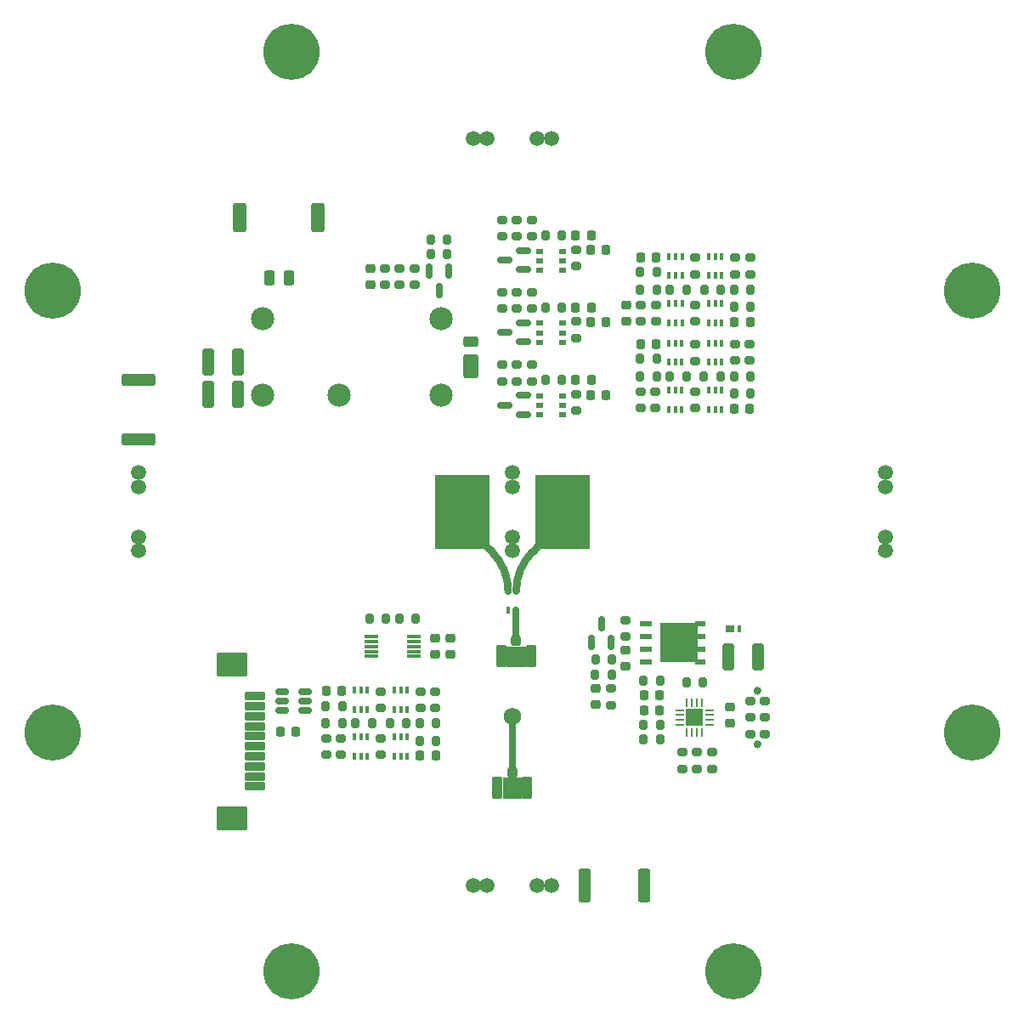
<source format=gbr>
%TF.GenerationSoftware,KiCad,Pcbnew,9.0.1*%
%TF.CreationDate,2025-06-25T17:22:12-04:00*%
%TF.ProjectId,-Z,2d5a2e6b-6963-4616-945f-706362585858,rev?*%
%TF.SameCoordinates,Original*%
%TF.FileFunction,Soldermask,Bot*%
%TF.FilePolarity,Negative*%
%FSLAX46Y46*%
G04 Gerber Fmt 4.6, Leading zero omitted, Abs format (unit mm)*
G04 Created by KiCad (PCBNEW 9.0.1) date 2025-06-25 17:22:12*
%MOMM*%
%LPD*%
G01*
G04 APERTURE LIST*
G04 Aperture macros list*
%AMRoundRect*
0 Rectangle with rounded corners*
0 $1 Rounding radius*
0 $2 $3 $4 $5 $6 $7 $8 $9 X,Y pos of 4 corners*
0 Add a 4 corners polygon primitive as box body*
4,1,4,$2,$3,$4,$5,$6,$7,$8,$9,$2,$3,0*
0 Add four circle primitives for the rounded corners*
1,1,$1+$1,$2,$3*
1,1,$1+$1,$4,$5*
1,1,$1+$1,$6,$7*
1,1,$1+$1,$8,$9*
0 Add four rect primitives between the rounded corners*
20,1,$1+$1,$2,$3,$4,$5,0*
20,1,$1+$1,$4,$5,$6,$7,0*
20,1,$1+$1,$6,$7,$8,$9,0*
20,1,$1+$1,$8,$9,$2,$3,0*%
G04 Aperture macros list end*
%ADD10C,0.381002*%
%ADD11C,0.686258*%
%ADD12C,0.735280*%
%ADD13C,0.762000*%
%ADD14C,3.800000*%
%ADD15C,5.600000*%
%ADD16C,1.500000*%
%ADD17C,1.727200*%
%ADD18RoundRect,0.225000X0.225000X0.250000X-0.225000X0.250000X-0.225000X-0.250000X0.225000X-0.250000X0*%
%ADD19RoundRect,0.200000X-0.275000X0.200000X-0.275000X-0.200000X0.275000X-0.200000X0.275000X0.200000X0*%
%ADD20R,0.700000X0.510000*%
%ADD21RoundRect,0.200000X0.275000X-0.200000X0.275000X0.200000X-0.275000X0.200000X-0.275000X-0.200000X0*%
%ADD22RoundRect,0.218750X-0.256250X0.218750X-0.256250X-0.218750X0.256250X-0.218750X0.256250X0.218750X0*%
%ADD23RoundRect,0.250000X-0.250000X0.275000X-0.250000X-0.275000X0.250000X-0.275000X0.250000X0.275000X0*%
%ADD24RoundRect,0.250000X-0.275000X0.850000X-0.275000X-0.850000X0.275000X-0.850000X0.275000X0.850000X0*%
%ADD25RoundRect,0.200000X0.200000X0.275000X-0.200000X0.275000X-0.200000X-0.275000X0.200000X-0.275000X0*%
%ADD26RoundRect,0.218750X-0.218750X-0.256250X0.218750X-0.256250X0.218750X0.256250X-0.218750X0.256250X0*%
%ADD27RoundRect,0.100000X0.100000X-0.225000X0.100000X0.225000X-0.100000X0.225000X-0.100000X-0.225000X0*%
%ADD28RoundRect,0.218750X0.218750X0.256250X-0.218750X0.256250X-0.218750X-0.256250X0.218750X-0.256250X0*%
%ADD29RoundRect,0.200000X-0.200000X-0.275000X0.200000X-0.275000X0.200000X0.275000X-0.200000X0.275000X0*%
%ADD30RoundRect,0.225000X0.250000X-0.225000X0.250000X0.225000X-0.250000X0.225000X-0.250000X-0.225000X0*%
%ADD31R,1.422400X0.304800*%
%ADD32RoundRect,0.100000X-0.100000X0.225000X-0.100000X-0.225000X0.100000X-0.225000X0.100000X0.225000X0*%
%ADD33RoundRect,0.250000X-0.300000X-0.475000X0.300000X-0.475000X0.300000X0.475000X-0.300000X0.475000X0*%
%ADD34RoundRect,0.250000X-0.425000X-1.200000X0.425000X-1.200000X0.425000X1.200000X-0.425000X1.200000X0*%
%ADD35RoundRect,0.218750X0.256250X-0.218750X0.256250X0.218750X-0.256250X0.218750X-0.256250X-0.218750X0*%
%ADD36RoundRect,0.150000X0.150000X-0.587500X0.150000X0.587500X-0.150000X0.587500X-0.150000X-0.587500X0*%
%ADD37C,2.304000*%
%ADD38RoundRect,0.225000X-0.225000X-0.250000X0.225000X-0.250000X0.225000X0.250000X-0.225000X0.250000X0*%
%ADD39RoundRect,0.225000X-0.250000X0.225000X-0.250000X-0.225000X0.250000X-0.225000X0.250000X0.225000X0*%
%ADD40RoundRect,0.102000X0.950000X-0.300000X0.950000X0.300000X-0.950000X0.300000X-0.950000X-0.300000X0*%
%ADD41RoundRect,0.102000X1.400000X-1.050000X1.400000X1.050000X-1.400000X1.050000X-1.400000X-1.050000X0*%
%ADD42RoundRect,0.250000X0.325000X1.100000X-0.325000X1.100000X-0.325000X-1.100000X0.325000X-1.100000X0*%
%ADD43RoundRect,0.250000X-1.425000X0.362500X-1.425000X-0.362500X1.425000X-0.362500X1.425000X0.362500X0*%
%ADD44RoundRect,0.250000X0.362500X1.425000X-0.362500X1.425000X-0.362500X-1.425000X0.362500X-1.425000X0*%
%ADD45RoundRect,0.150000X0.587500X0.150000X-0.587500X0.150000X-0.587500X-0.150000X0.587500X-0.150000X0*%
%ADD46R,1.270000X0.610000*%
%ADD47R,3.810000X3.910000*%
%ADD48R,1.020000X0.610000*%
%ADD49RoundRect,0.150000X-0.512500X-0.150000X0.512500X-0.150000X0.512500X0.150000X-0.512500X0.150000X0*%
%ADD50R,0.400000X0.750000*%
%ADD51RoundRect,0.250000X-0.325000X-1.100000X0.325000X-1.100000X0.325000X1.100000X-0.325000X1.100000X0*%
%ADD52RoundRect,0.150000X-0.150000X0.587500X-0.150000X-0.587500X0.150000X-0.587500X0.150000X0.587500X0*%
%ADD53RoundRect,0.075000X-0.390000X-0.275000X0.390000X-0.275000X0.390000X0.275000X-0.390000X0.275000X0*%
%ADD54RoundRect,0.075000X-0.075000X-0.275000X0.075000X-0.275000X0.075000X0.275000X-0.075000X0.275000X0*%
%ADD55R,0.254000X0.812800*%
%ADD56R,0.812800X0.254000*%
%ADD57R,1.752600X1.752600*%
%ADD58RoundRect,0.250000X-0.500000X0.950000X-0.500000X-0.950000X0.500000X-0.950000X0.500000X0.950000X0*%
%ADD59RoundRect,0.250000X-0.500000X0.275000X-0.500000X-0.275000X0.500000X-0.275000X0.500000X0.275000X0*%
G04 APERTURE END LIST*
D10*
X188629302Y-117830802D02*
G75*
G02*
X188248300Y-117830802I-190501J0D01*
G01*
X188248300Y-117830802D02*
G75*
G02*
X188629302Y-117830802I190501J0D01*
G01*
D11*
X164400001Y-112758199D02*
X164400000Y-109835400D01*
D12*
X164400001Y-107885399D02*
G75*
G02*
X166016020Y-103984000I5517399J-1D01*
G01*
G36*
X156300000Y-96300000D02*
G01*
X161700000Y-96300000D01*
X161700000Y-103700000D01*
X156300000Y-103700000D01*
X156300000Y-96300000D01*
G37*
D10*
X188629301Y-123164801D02*
G75*
G02*
X188248299Y-123164801I-190501J0D01*
G01*
X188248299Y-123164801D02*
G75*
G02*
X188629301Y-123164801I190501J0D01*
G01*
D12*
X161983972Y-103983972D02*
G75*
G02*
X163600025Y-107885399I-3901572J-3901528D01*
G01*
D11*
X164000001Y-125972600D02*
X164000001Y-120366999D01*
G36*
X166300000Y-96300000D02*
G01*
X171700000Y-96300000D01*
X171700000Y-103700000D01*
X166300000Y-103700000D01*
X166300000Y-96300000D01*
G37*
D12*
X166016010Y-103983990D02*
X166600000Y-103400000D01*
X161983972Y-103983972D02*
X161100000Y-103100000D01*
%TO.C,J4*%
G36*
X163060001Y-126507599D02*
G01*
X164940001Y-126507599D01*
X164940001Y-128597599D01*
X163060001Y-128597599D01*
X163060001Y-126507599D01*
G37*
%TO.C,J3*%
G36*
X163460001Y-113401200D02*
G01*
X165340001Y-113401200D01*
X165340001Y-115491200D01*
X163460001Y-115491200D01*
X163460001Y-113401200D01*
G37*
%TD*%
D13*
%TO.C,H2*%
X144200001Y-145800000D03*
X143555751Y-147355750D03*
X143555751Y-144244250D03*
X142000001Y-148000000D03*
D14*
X142000001Y-145800000D03*
D15*
X142000001Y-145800000D03*
D13*
X142000001Y-143600000D03*
X140444251Y-147355750D03*
X140444251Y-144244250D03*
X139800001Y-145800000D03*
%TD*%
D16*
%TO.C,JP5*%
X164000001Y-96100000D03*
X164000001Y-97499999D03*
X164000001Y-102499999D03*
X164000001Y-103899998D03*
%TD*%
D13*
%TO.C,H8*%
X212000000Y-121999999D03*
X211355750Y-123555749D03*
X211355750Y-120444249D03*
X209800000Y-124199999D03*
D14*
X209800000Y-121999999D03*
D15*
X209800000Y-121999999D03*
D13*
X209800000Y-119799999D03*
X208244250Y-123555749D03*
X208244250Y-120444249D03*
X207600000Y-121999999D03*
%TD*%
%TO.C,H5*%
X144200001Y-54200000D03*
X143555751Y-55755750D03*
X143555751Y-52644250D03*
X142000001Y-56400000D03*
D14*
X142000001Y-54200000D03*
D15*
X142000001Y-54200000D03*
D13*
X142000001Y-52000000D03*
X140444251Y-55755750D03*
X140444251Y-52644250D03*
X139800001Y-54200000D03*
%TD*%
%TO.C,H7*%
X212000000Y-78000000D03*
X211355750Y-79555750D03*
X211355750Y-76444250D03*
X209800000Y-80200000D03*
D14*
X209800000Y-78000000D03*
D15*
X209800000Y-78000000D03*
D13*
X209800000Y-75800000D03*
X208244250Y-79555750D03*
X208244250Y-76444250D03*
X207600000Y-78000000D03*
%TD*%
D17*
%TO.C,AE3*%
X164000000Y-120400000D03*
%TD*%
D16*
%TO.C,JP1*%
X167900000Y-62789000D03*
X166500001Y-62789000D03*
X161500001Y-62789000D03*
X160100002Y-62789000D03*
%TD*%
D13*
%TO.C,H4*%
X120400001Y-78000000D03*
X119755751Y-79555750D03*
X119755751Y-76444250D03*
X118200001Y-80200000D03*
D14*
X118200001Y-78000000D03*
D15*
X118200001Y-78000000D03*
D13*
X118200001Y-75800000D03*
X116644251Y-79555750D03*
X116644251Y-76444250D03*
X116000001Y-78000000D03*
%TD*%
%TO.C,H3*%
X120400001Y-121999999D03*
X119755751Y-123555749D03*
X119755751Y-120444249D03*
X118200001Y-124199999D03*
D14*
X118200001Y-121999999D03*
D15*
X118200001Y-121999999D03*
D13*
X118200001Y-119799999D03*
X116644251Y-123555749D03*
X116644251Y-120444249D03*
X116000001Y-121999999D03*
%TD*%
D16*
%TO.C,JP4*%
X126789000Y-103899999D03*
X126789000Y-102500000D03*
X126789000Y-97500000D03*
X126789000Y-96100001D03*
%TD*%
D13*
%TO.C,H1*%
X188200000Y-145800000D03*
X187555750Y-147355750D03*
X187555750Y-144244250D03*
X186000000Y-148000000D03*
D14*
X186000000Y-145800000D03*
D15*
X186000000Y-145800000D03*
D13*
X186000000Y-143600000D03*
X184444250Y-147355750D03*
X184444250Y-144244250D03*
X183800000Y-145800000D03*
%TD*%
%TO.C,H6*%
X188200000Y-54200000D03*
X187555750Y-55755750D03*
X187555750Y-52644250D03*
X186000000Y-56400000D03*
D14*
X186000000Y-54200000D03*
D15*
X186000000Y-54200000D03*
D13*
X186000000Y-52000000D03*
X184444250Y-55755750D03*
X184444250Y-52644250D03*
X183800000Y-54200000D03*
%TD*%
D18*
%TO.C,C11*%
X147008600Y-117868399D03*
X145458600Y-117868399D03*
%TD*%
D19*
%TO.C,R68*%
X154894999Y-117907000D03*
X154894999Y-119557000D03*
%TD*%
D20*
%TO.C,Q11*%
X166700801Y-90358200D03*
X166700801Y-89408200D03*
X166700801Y-88458200D03*
X169020801Y-88458200D03*
X169020801Y-89408200D03*
X169020801Y-90358200D03*
%TD*%
D21*
%TO.C,R33*%
X162984001Y-86982000D03*
X162984001Y-85332000D03*
%TD*%
D22*
%TO.C,D6*%
X172339000Y-117625199D03*
X172339000Y-119200201D03*
%TD*%
D19*
%TO.C,R52*%
X187672802Y-83286800D03*
X187672802Y-84936800D03*
%TD*%
%TO.C,R25*%
X165930401Y-78092999D03*
X165930401Y-79742999D03*
%TD*%
D23*
%TO.C,J4*%
X164000001Y-125972599D03*
D24*
X165475001Y-127497599D03*
X162525001Y-127497599D03*
%TD*%
D25*
%TO.C,R75*%
X156416200Y-121068800D03*
X154766200Y-121068800D03*
%TD*%
D26*
%TO.C,F2*%
X170324500Y-72466400D03*
X171899502Y-72466400D03*
%TD*%
D27*
%TO.C,Q15*%
X180906000Y-85112600D03*
X180256000Y-85112599D03*
X179606000Y-85112600D03*
X179606000Y-83212600D03*
X180256000Y-83212601D03*
X180906000Y-83212600D03*
%TD*%
D25*
%TO.C,R51*%
X178735202Y-122707598D03*
X177085202Y-122707598D03*
%TD*%
D21*
%TO.C,R46*%
X189175400Y-122147802D03*
X189175400Y-120497802D03*
%TD*%
D19*
%TO.C,R66*%
X156353200Y-117906999D03*
X156353200Y-119556999D03*
%TD*%
D28*
%TO.C,D5*%
X173372701Y-88366800D03*
X171797699Y-88366800D03*
%TD*%
D21*
%TO.C,R20*%
X164457200Y-72554799D03*
X164457200Y-70904799D03*
%TD*%
D25*
%TO.C,R64*%
X151413800Y-110667999D03*
X149763800Y-110667999D03*
%TD*%
D21*
%TO.C,R47*%
X187702199Y-120497801D03*
X187702199Y-118847801D03*
%TD*%
D29*
%TO.C,R7*%
X176753601Y-76134200D03*
X178403601Y-76134200D03*
%TD*%
%TO.C,R6*%
X176753600Y-77861399D03*
X178403600Y-77861399D03*
%TD*%
D30*
%TO.C,C10*%
X156329201Y-114160800D03*
X156329201Y-112610800D03*
%TD*%
D31*
%TO.C,U4*%
X149941101Y-114411201D03*
X149941101Y-113911199D03*
X149941101Y-113411200D03*
X149941101Y-112911201D03*
X149941101Y-112411199D03*
X154233701Y-112411199D03*
X154233701Y-112911201D03*
X154233701Y-113411200D03*
X154233701Y-113911199D03*
X154233701Y-114411201D03*
%TD*%
D32*
%TO.C,Q21*%
X152248800Y-122455599D03*
X152898800Y-122455600D03*
X153548800Y-122455599D03*
X153548800Y-124355599D03*
X152898800Y-124355598D03*
X152248800Y-124355599D03*
%TD*%
D33*
%TO.C,J2*%
X139780800Y-76675398D03*
X141780800Y-76675398D03*
D34*
X136885800Y-70680399D03*
X144675800Y-70680399D03*
%TD*%
D20*
%TO.C,Q9*%
X166700801Y-83119200D03*
X166700801Y-82169200D03*
X166700801Y-81219200D03*
X169020801Y-81219200D03*
X169020801Y-82169200D03*
X169020801Y-83119200D03*
%TD*%
D21*
%TO.C,R15*%
X152798600Y-77380800D03*
X152798600Y-75730800D03*
%TD*%
%TO.C,R60*%
X178274801Y-89661200D03*
X178274801Y-88011200D03*
%TD*%
D35*
%TO.C,F1*%
X175353801Y-80985700D03*
X175353801Y-79410698D03*
%TD*%
D21*
%TO.C,R27*%
X162984001Y-79743000D03*
X162984001Y-78093000D03*
%TD*%
D36*
%TO.C,Q12*%
X173828701Y-113025600D03*
X171928701Y-113025600D03*
X172878701Y-111150600D03*
%TD*%
D28*
%TO.C,D3*%
X173347301Y-73939599D03*
X171772299Y-73939599D03*
%TD*%
D35*
%TO.C,D2*%
X149852200Y-77343300D03*
X149852200Y-75768298D03*
%TD*%
D19*
%TO.C,R37*%
X173812200Y-117589800D03*
X173812200Y-119239800D03*
%TD*%
D21*
%TO.C,R21*%
X162984001Y-72554800D03*
X162984001Y-70904800D03*
%TD*%
D37*
%TO.C,U2*%
X146793600Y-88417600D03*
X139173600Y-80797600D03*
X139173600Y-88417600D03*
X156953600Y-88417600D03*
X156953600Y-80797600D03*
%TD*%
D18*
%TO.C,C2*%
X178353600Y-74661000D03*
X176803600Y-74661000D03*
%TD*%
D19*
%TO.C,R19*%
X165930401Y-70904799D03*
X165930401Y-72554799D03*
%TD*%
D35*
%TO.C,F6*%
X157802401Y-114173300D03*
X157802401Y-112598298D03*
%TD*%
D29*
%TO.C,R38*%
X172276000Y-116202900D03*
X173926000Y-116202900D03*
%TD*%
D27*
%TO.C,Q20*%
X149586399Y-124355599D03*
X148936399Y-124355598D03*
X148286399Y-124355599D03*
X148286399Y-122455599D03*
X148936399Y-122455600D03*
X149586399Y-122455599D03*
%TD*%
D26*
%TO.C,F4*%
X170324500Y-86893600D03*
X171899502Y-86893600D03*
%TD*%
D18*
%TO.C,C9*%
X178685199Y-119761200D03*
X177135199Y-119761200D03*
%TD*%
D38*
%TO.C,C7*%
X186135800Y-89699799D03*
X187685800Y-89699799D03*
%TD*%
D25*
%TO.C,R4*%
X181375400Y-77861399D03*
X179725400Y-77861399D03*
%TD*%
%TO.C,R18*%
X157535201Y-72847400D03*
X155885201Y-72847400D03*
%TD*%
D29*
%TO.C,R73*%
X151794400Y-121068799D03*
X153444400Y-121068799D03*
%TD*%
D25*
%TO.C,R67*%
X150040799Y-121068800D03*
X148390799Y-121068800D03*
%TD*%
D23*
%TO.C,J3*%
X164400001Y-112866200D03*
D24*
X165875001Y-114391200D03*
X162925001Y-114391200D03*
%TD*%
D27*
%TO.C,Q3*%
X180921001Y-81148200D03*
X180271001Y-81148199D03*
X179621001Y-81148200D03*
X179621001Y-79248200D03*
X180271001Y-79248201D03*
X180921001Y-79248200D03*
%TD*%
D39*
%TO.C,C5*%
X185670201Y-119468799D03*
X185670201Y-121018799D03*
%TD*%
D40*
%TO.C,J1*%
X138398801Y-127359990D03*
X138398801Y-126359990D03*
X138398801Y-125359990D03*
X138398801Y-124359990D03*
X138398801Y-123359991D03*
X138398801Y-122359991D03*
X138398801Y-121359990D03*
X138398801Y-120359990D03*
X138398801Y-119359990D03*
X138398801Y-118359990D03*
D41*
X136048801Y-130509990D03*
X136048801Y-115210010D03*
%TD*%
D16*
%TO.C,JP3*%
X201211001Y-97500000D03*
X201211001Y-96100001D03*
X201211001Y-103899999D03*
X201211001Y-102500000D03*
%TD*%
D26*
%TO.C,F3*%
X170324500Y-79654600D03*
X171899502Y-79654600D03*
%TD*%
D25*
%TO.C,R76*%
X156416199Y-122795999D03*
X154766199Y-122795999D03*
%TD*%
D29*
%TO.C,R28*%
X167315201Y-79654600D03*
X168965201Y-79654600D03*
%TD*%
%TO.C,R41*%
X181340000Y-116992601D03*
X182990000Y-116992601D03*
%TD*%
D21*
%TO.C,R71*%
X150917599Y-119556999D03*
X150917599Y-117906999D03*
%TD*%
D29*
%TO.C,R17*%
X155885201Y-74320600D03*
X157535201Y-74320600D03*
%TD*%
D27*
%TO.C,Q19*%
X149586399Y-119681999D03*
X148936399Y-119681998D03*
X148286399Y-119681999D03*
X148286399Y-117781999D03*
X148936399Y-117782000D03*
X149586399Y-117781999D03*
%TD*%
D18*
%TO.C,C6*%
X178338600Y-83299000D03*
X176788600Y-83299000D03*
%TD*%
D19*
%TO.C,R5*%
X186214600Y-74699599D03*
X186214600Y-76349599D03*
%TD*%
D42*
%TO.C,C14*%
X136646001Y-85115600D03*
X133695999Y-85115600D03*
%TD*%
D18*
%TO.C,C8*%
X178685202Y-118288003D03*
X177135202Y-118288003D03*
%TD*%
D29*
%TO.C,R65*%
X152761001Y-110668000D03*
X154411001Y-110668000D03*
%TD*%
D43*
%TO.C,R30*%
X126789000Y-86877500D03*
X126789000Y-92802500D03*
%TD*%
D19*
%TO.C,R3*%
X187687802Y-74699599D03*
X187687802Y-76349599D03*
%TD*%
D29*
%TO.C,R56*%
X176738600Y-84772199D03*
X178388600Y-84772199D03*
%TD*%
D21*
%TO.C,R9*%
X176816600Y-81023200D03*
X176816600Y-79373200D03*
%TD*%
D32*
%TO.C,Q1*%
X183583400Y-74574599D03*
X184233400Y-74574600D03*
X184883400Y-74574599D03*
X184883400Y-76474599D03*
X184233400Y-76474598D03*
X183583400Y-76474599D03*
%TD*%
D21*
%TO.C,R11*%
X178289801Y-81023200D03*
X178289801Y-79373200D03*
%TD*%
D25*
%TO.C,R13*%
X187750801Y-79603799D03*
X186100801Y-79603799D03*
%TD*%
D20*
%TO.C,Q7*%
X166700801Y-75931000D03*
X166700801Y-74981000D03*
X166700801Y-74031000D03*
X169020801Y-74031000D03*
X169020801Y-74981000D03*
X169020801Y-75931000D03*
%TD*%
D28*
%TO.C,D4*%
X173347301Y-81127799D03*
X171772299Y-81127799D03*
%TD*%
D32*
%TO.C,Q18*%
X152248800Y-117781999D03*
X152898800Y-117782000D03*
X153548800Y-117781999D03*
X153548800Y-119681999D03*
X152898800Y-119681998D03*
X152248800Y-119681999D03*
%TD*%
D44*
%TO.C,R24*%
X177122501Y-137211000D03*
X171197501Y-137211000D03*
%TD*%
D21*
%TO.C,R8*%
X182252200Y-76349599D03*
X182252200Y-74699599D03*
%TD*%
D19*
%TO.C,R31*%
X165930401Y-85331999D03*
X165930401Y-86981999D03*
%TD*%
D32*
%TO.C,Q17*%
X183568400Y-87886199D03*
X184218400Y-87886200D03*
X184868400Y-87886199D03*
X184868400Y-89786199D03*
X184218400Y-89786198D03*
X183568400Y-89786199D03*
%TD*%
D21*
%TO.C,R48*%
X187702201Y-122147802D03*
X187702201Y-120497802D03*
%TD*%
%TO.C,R29*%
X170350000Y-82689400D03*
X170350000Y-81039400D03*
%TD*%
%TO.C,R32*%
X164457200Y-86981999D03*
X164457200Y-85331999D03*
%TD*%
D29*
%TO.C,R22*%
X167315201Y-72466400D03*
X168965201Y-72466400D03*
%TD*%
D19*
%TO.C,R16*%
X154271800Y-75730799D03*
X154271800Y-77380799D03*
%TD*%
%TO.C,R40*%
X175308400Y-110791599D03*
X175308400Y-112441599D03*
%TD*%
%TO.C,R14*%
X182252201Y-79373200D03*
X182252201Y-81023200D03*
%TD*%
D45*
%TO.C,Q8*%
X165115300Y-81168399D03*
X165115300Y-83068399D03*
X163240300Y-82118399D03*
%TD*%
D46*
%TO.C,Q13*%
X177298400Y-114960600D03*
X177298401Y-113690600D03*
X177298401Y-112420600D03*
X177298400Y-111150600D03*
D47*
X180658401Y-113055600D03*
D48*
X182763401Y-111150600D03*
X182763401Y-112420600D03*
X182763401Y-113690600D03*
X182763401Y-114960600D03*
%TD*%
D19*
%TO.C,R63*%
X182237201Y-88011200D03*
X182237201Y-89661200D03*
%TD*%
D21*
%TO.C,R44*%
X183892202Y-125590000D03*
X183892202Y-123940000D03*
%TD*%
D45*
%TO.C,Q10*%
X165115300Y-88407399D03*
X165115300Y-90307399D03*
X163240300Y-89357399D03*
%TD*%
D49*
%TO.C,U5*%
X141114601Y-119796799D03*
X141114601Y-118846800D03*
X141114601Y-117896801D03*
X143389601Y-117896801D03*
X143389601Y-118846800D03*
X143389601Y-119796799D03*
%TD*%
D42*
%TO.C,C15*%
X136646002Y-88324199D03*
X133696000Y-88324199D03*
%TD*%
D21*
%TO.C,R78*%
X151325401Y-77380799D03*
X151325401Y-75730799D03*
%TD*%
D32*
%TO.C,Q14*%
X183568400Y-83212600D03*
X184218400Y-83212601D03*
X184868400Y-83212600D03*
X184868400Y-85112600D03*
X184218400Y-85112599D03*
X183568400Y-85112600D03*
%TD*%
D21*
%TO.C,R23*%
X170350000Y-75526599D03*
X170350000Y-73876599D03*
%TD*%
D25*
%TO.C,R61*%
X187735800Y-86499400D03*
X186085800Y-86499400D03*
%TD*%
D50*
%TO.C,BA1*%
X164400001Y-109835399D03*
X163600001Y-109835399D03*
X163600001Y-107885399D03*
X164400001Y-107885399D03*
%TD*%
D51*
%TO.C,C4*%
X185557767Y-114470275D03*
X188507769Y-114470275D03*
%TD*%
D22*
%TO.C,F5*%
X175308401Y-113800899D03*
X175308401Y-115375901D03*
%TD*%
D21*
%TO.C,R57*%
X182237200Y-84987600D03*
X182237200Y-83337600D03*
%TD*%
D29*
%TO.C,R50*%
X177085199Y-121234400D03*
X178735199Y-121234400D03*
%TD*%
%TO.C,R69*%
X145419000Y-121068799D03*
X147069000Y-121068799D03*
%TD*%
%TO.C,R34*%
X167315201Y-86893600D03*
X168965201Y-86893600D03*
%TD*%
D25*
%TO.C,R39*%
X173932303Y-114729701D03*
X172282303Y-114729701D03*
%TD*%
D52*
%TO.C,Q5*%
X155760201Y-76050099D03*
X157660201Y-76050099D03*
X156710201Y-77925099D03*
%TD*%
D32*
%TO.C,Q4*%
X183583401Y-79248200D03*
X184233401Y-79248201D03*
X184883401Y-79248200D03*
X184883401Y-81148200D03*
X184233401Y-81148199D03*
X183583401Y-81148200D03*
%TD*%
D16*
%TO.C,JP2*%
X161500001Y-137211000D03*
X160100002Y-137211000D03*
X167900000Y-137211000D03*
X166500001Y-137211000D03*
%TD*%
D27*
%TO.C,Q16*%
X180906001Y-89786200D03*
X180256001Y-89786199D03*
X179606001Y-89786200D03*
X179606001Y-87886200D03*
X180256001Y-87886201D03*
X180906001Y-87886200D03*
%TD*%
D21*
%TO.C,R45*%
X189175398Y-120497801D03*
X189175398Y-118847801D03*
%TD*%
%TO.C,R72*%
X145482000Y-124230600D03*
X145482000Y-122580600D03*
%TD*%
D29*
%TO.C,R70*%
X145408600Y-119331400D03*
X147058600Y-119331400D03*
%TD*%
D25*
%TO.C,R49*%
X178735199Y-116814802D03*
X177085199Y-116814802D03*
%TD*%
D21*
%TO.C,R74*%
X146955200Y-124230600D03*
X146955200Y-122580600D03*
%TD*%
D27*
%TO.C,Q2*%
X180921001Y-76474600D03*
X180271001Y-76474599D03*
X179621001Y-76474600D03*
X179621001Y-74574600D03*
X180271001Y-74574601D03*
X180921001Y-74574600D03*
%TD*%
D38*
%TO.C,C12*%
X154816199Y-124269200D03*
X156366199Y-124269200D03*
%TD*%
D25*
%TO.C,R62*%
X187735800Y-88226599D03*
X186085800Y-88226599D03*
%TD*%
D29*
%TO.C,R59*%
X183114000Y-86499400D03*
X184764000Y-86499400D03*
%TD*%
D38*
%TO.C,C3*%
X186150800Y-81061799D03*
X187700800Y-81061799D03*
%TD*%
D19*
%TO.C,R42*%
X180945800Y-123940002D03*
X180945800Y-125590002D03*
%TD*%
D21*
%TO.C,R26*%
X164457200Y-79742999D03*
X164457200Y-78092999D03*
%TD*%
D29*
%TO.C,R55*%
X176738600Y-86499399D03*
X178388600Y-86499399D03*
%TD*%
D45*
%TO.C,Q6*%
X165115300Y-73980199D03*
X165115300Y-75880199D03*
X163240300Y-74930199D03*
%TD*%
D21*
%TO.C,R58*%
X176801600Y-89661200D03*
X176801600Y-88011200D03*
%TD*%
%TO.C,R43*%
X182419001Y-125590000D03*
X182419001Y-123940000D03*
%TD*%
D53*
%TO.C,D7*%
X185706369Y-111676275D03*
D54*
X186591368Y-111676275D03*
%TD*%
D19*
%TO.C,R77*%
X150917599Y-122580599D03*
X150917599Y-124230599D03*
%TD*%
D55*
%TO.C,U3*%
X181414999Y-119024599D03*
X181915000Y-119024599D03*
X182415000Y-119024599D03*
X182915001Y-119024599D03*
D56*
X183638200Y-119747798D03*
X183638200Y-120247799D03*
X183638200Y-120747799D03*
X183638200Y-121247800D03*
D55*
X182915001Y-121970999D03*
X182415000Y-121970999D03*
X181915000Y-121970999D03*
X181414999Y-121970999D03*
D56*
X180691800Y-121247800D03*
X180691800Y-120747799D03*
X180691800Y-120247799D03*
X180691800Y-119747798D03*
D57*
X182165000Y-120497799D03*
%TD*%
D38*
%TO.C,C13*%
X140873001Y-121869400D03*
X142423001Y-121869400D03*
%TD*%
D25*
%TO.C,R53*%
X181360401Y-86499399D03*
X179710401Y-86499399D03*
%TD*%
D19*
%TO.C,R54*%
X186199600Y-83286800D03*
X186199600Y-84936800D03*
%TD*%
D21*
%TO.C,R35*%
X170350001Y-89941600D03*
X170350001Y-88291600D03*
%TD*%
D58*
%TO.C,D1*%
X159910601Y-85457600D03*
D59*
X159910601Y-83082600D03*
%TD*%
D29*
%TO.C,R10*%
X183129000Y-77861400D03*
X184779000Y-77861400D03*
%TD*%
D25*
%TO.C,R12*%
X187750800Y-77861400D03*
X186100800Y-77861400D03*
%TD*%
M02*

</source>
